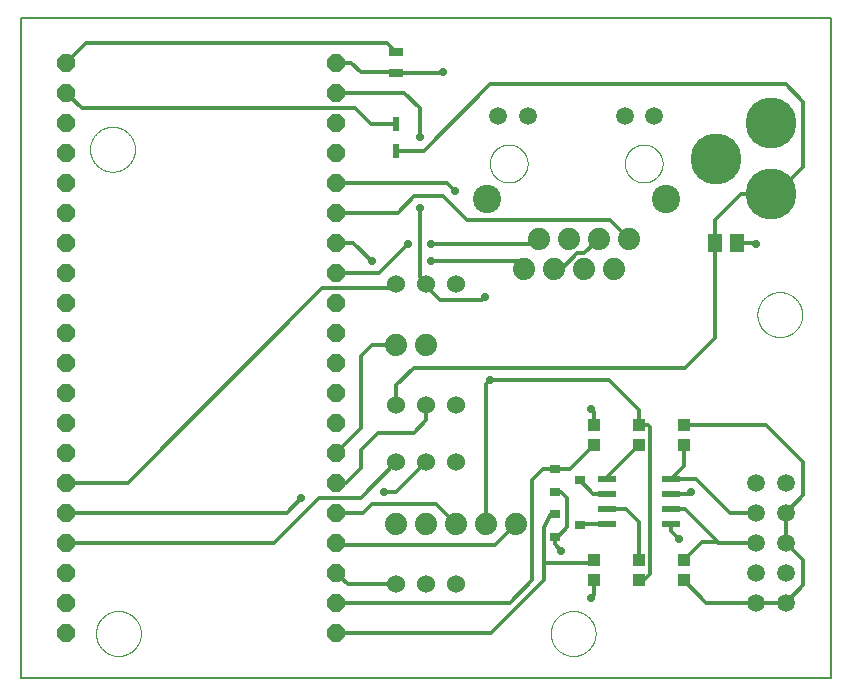
<source format=gtl>
G75*
%MOIN*%
%OFA0B0*%
%FSLAX25Y25*%
%IPPOS*%
%LPD*%
%AMOC8*
5,1,8,0,0,1.08239X$1,22.5*
%
%ADD10C,0.00600*%
%ADD11C,0.00000*%
%ADD12R,0.04724X0.03150*%
%ADD13R,0.01900X0.04600*%
%ADD14C,0.07400*%
%ADD15C,0.06000*%
%ADD16C,0.09449*%
%ADD17C,0.05937*%
%ADD18C,0.17000*%
%ADD19OC8,0.05937*%
%ADD20R,0.05984X0.02402*%
%ADD21R,0.03543X0.03150*%
%ADD22R,0.04331X0.03937*%
%ADD23R,0.05118X0.05906*%
%ADD24C,0.01200*%
%ADD25C,0.02775*%
D10*
X0001300Y0001300D02*
X0001300Y0221300D01*
X0271300Y0221300D01*
X0271300Y0001300D01*
X0001300Y0001300D01*
D11*
X0026222Y0015985D02*
X0026224Y0016169D01*
X0026231Y0016352D01*
X0026242Y0016535D01*
X0026258Y0016718D01*
X0026278Y0016901D01*
X0026303Y0017083D01*
X0026332Y0017264D01*
X0026366Y0017444D01*
X0026404Y0017624D01*
X0026446Y0017802D01*
X0026493Y0017980D01*
X0026544Y0018156D01*
X0026600Y0018331D01*
X0026659Y0018505D01*
X0026723Y0018677D01*
X0026791Y0018847D01*
X0026864Y0019016D01*
X0026940Y0019183D01*
X0027021Y0019348D01*
X0027105Y0019511D01*
X0027194Y0019672D01*
X0027286Y0019830D01*
X0027382Y0019987D01*
X0027483Y0020141D01*
X0027586Y0020292D01*
X0027694Y0020441D01*
X0027805Y0020587D01*
X0027920Y0020730D01*
X0028038Y0020871D01*
X0028160Y0021008D01*
X0028285Y0021143D01*
X0028413Y0021274D01*
X0028544Y0021402D01*
X0028679Y0021527D01*
X0028816Y0021649D01*
X0028957Y0021767D01*
X0029100Y0021882D01*
X0029246Y0021993D01*
X0029395Y0022101D01*
X0029546Y0022204D01*
X0029700Y0022305D01*
X0029857Y0022401D01*
X0030015Y0022493D01*
X0030176Y0022582D01*
X0030339Y0022666D01*
X0030504Y0022747D01*
X0030671Y0022823D01*
X0030840Y0022896D01*
X0031010Y0022964D01*
X0031182Y0023028D01*
X0031356Y0023087D01*
X0031531Y0023143D01*
X0031707Y0023194D01*
X0031885Y0023241D01*
X0032063Y0023283D01*
X0032243Y0023321D01*
X0032423Y0023355D01*
X0032604Y0023384D01*
X0032786Y0023409D01*
X0032969Y0023429D01*
X0033152Y0023445D01*
X0033335Y0023456D01*
X0033518Y0023463D01*
X0033702Y0023465D01*
X0033886Y0023463D01*
X0034069Y0023456D01*
X0034252Y0023445D01*
X0034435Y0023429D01*
X0034618Y0023409D01*
X0034800Y0023384D01*
X0034981Y0023355D01*
X0035161Y0023321D01*
X0035341Y0023283D01*
X0035519Y0023241D01*
X0035697Y0023194D01*
X0035873Y0023143D01*
X0036048Y0023087D01*
X0036222Y0023028D01*
X0036394Y0022964D01*
X0036564Y0022896D01*
X0036733Y0022823D01*
X0036900Y0022747D01*
X0037065Y0022666D01*
X0037228Y0022582D01*
X0037389Y0022493D01*
X0037547Y0022401D01*
X0037704Y0022305D01*
X0037858Y0022204D01*
X0038009Y0022101D01*
X0038158Y0021993D01*
X0038304Y0021882D01*
X0038447Y0021767D01*
X0038588Y0021649D01*
X0038725Y0021527D01*
X0038860Y0021402D01*
X0038991Y0021274D01*
X0039119Y0021143D01*
X0039244Y0021008D01*
X0039366Y0020871D01*
X0039484Y0020730D01*
X0039599Y0020587D01*
X0039710Y0020441D01*
X0039818Y0020292D01*
X0039921Y0020141D01*
X0040022Y0019987D01*
X0040118Y0019830D01*
X0040210Y0019672D01*
X0040299Y0019511D01*
X0040383Y0019348D01*
X0040464Y0019183D01*
X0040540Y0019016D01*
X0040613Y0018847D01*
X0040681Y0018677D01*
X0040745Y0018505D01*
X0040804Y0018331D01*
X0040860Y0018156D01*
X0040911Y0017980D01*
X0040958Y0017802D01*
X0041000Y0017624D01*
X0041038Y0017444D01*
X0041072Y0017264D01*
X0041101Y0017083D01*
X0041126Y0016901D01*
X0041146Y0016718D01*
X0041162Y0016535D01*
X0041173Y0016352D01*
X0041180Y0016169D01*
X0041182Y0015985D01*
X0041180Y0015801D01*
X0041173Y0015618D01*
X0041162Y0015435D01*
X0041146Y0015252D01*
X0041126Y0015069D01*
X0041101Y0014887D01*
X0041072Y0014706D01*
X0041038Y0014526D01*
X0041000Y0014346D01*
X0040958Y0014168D01*
X0040911Y0013990D01*
X0040860Y0013814D01*
X0040804Y0013639D01*
X0040745Y0013465D01*
X0040681Y0013293D01*
X0040613Y0013123D01*
X0040540Y0012954D01*
X0040464Y0012787D01*
X0040383Y0012622D01*
X0040299Y0012459D01*
X0040210Y0012298D01*
X0040118Y0012140D01*
X0040022Y0011983D01*
X0039921Y0011829D01*
X0039818Y0011678D01*
X0039710Y0011529D01*
X0039599Y0011383D01*
X0039484Y0011240D01*
X0039366Y0011099D01*
X0039244Y0010962D01*
X0039119Y0010827D01*
X0038991Y0010696D01*
X0038860Y0010568D01*
X0038725Y0010443D01*
X0038588Y0010321D01*
X0038447Y0010203D01*
X0038304Y0010088D01*
X0038158Y0009977D01*
X0038009Y0009869D01*
X0037858Y0009766D01*
X0037704Y0009665D01*
X0037547Y0009569D01*
X0037389Y0009477D01*
X0037228Y0009388D01*
X0037065Y0009304D01*
X0036900Y0009223D01*
X0036733Y0009147D01*
X0036564Y0009074D01*
X0036394Y0009006D01*
X0036222Y0008942D01*
X0036048Y0008883D01*
X0035873Y0008827D01*
X0035697Y0008776D01*
X0035519Y0008729D01*
X0035341Y0008687D01*
X0035161Y0008649D01*
X0034981Y0008615D01*
X0034800Y0008586D01*
X0034618Y0008561D01*
X0034435Y0008541D01*
X0034252Y0008525D01*
X0034069Y0008514D01*
X0033886Y0008507D01*
X0033702Y0008505D01*
X0033518Y0008507D01*
X0033335Y0008514D01*
X0033152Y0008525D01*
X0032969Y0008541D01*
X0032786Y0008561D01*
X0032604Y0008586D01*
X0032423Y0008615D01*
X0032243Y0008649D01*
X0032063Y0008687D01*
X0031885Y0008729D01*
X0031707Y0008776D01*
X0031531Y0008827D01*
X0031356Y0008883D01*
X0031182Y0008942D01*
X0031010Y0009006D01*
X0030840Y0009074D01*
X0030671Y0009147D01*
X0030504Y0009223D01*
X0030339Y0009304D01*
X0030176Y0009388D01*
X0030015Y0009477D01*
X0029857Y0009569D01*
X0029700Y0009665D01*
X0029546Y0009766D01*
X0029395Y0009869D01*
X0029246Y0009977D01*
X0029100Y0010088D01*
X0028957Y0010203D01*
X0028816Y0010321D01*
X0028679Y0010443D01*
X0028544Y0010568D01*
X0028413Y0010696D01*
X0028285Y0010827D01*
X0028160Y0010962D01*
X0028038Y0011099D01*
X0027920Y0011240D01*
X0027805Y0011383D01*
X0027694Y0011529D01*
X0027586Y0011678D01*
X0027483Y0011829D01*
X0027382Y0011983D01*
X0027286Y0012140D01*
X0027194Y0012298D01*
X0027105Y0012459D01*
X0027021Y0012622D01*
X0026940Y0012787D01*
X0026864Y0012954D01*
X0026791Y0013123D01*
X0026723Y0013293D01*
X0026659Y0013465D01*
X0026600Y0013639D01*
X0026544Y0013814D01*
X0026493Y0013990D01*
X0026446Y0014168D01*
X0026404Y0014346D01*
X0026366Y0014526D01*
X0026332Y0014706D01*
X0026303Y0014887D01*
X0026278Y0015069D01*
X0026258Y0015252D01*
X0026242Y0015435D01*
X0026231Y0015618D01*
X0026224Y0015801D01*
X0026222Y0015985D01*
X0177796Y0015985D02*
X0177798Y0016169D01*
X0177805Y0016352D01*
X0177816Y0016535D01*
X0177832Y0016718D01*
X0177852Y0016901D01*
X0177877Y0017083D01*
X0177906Y0017264D01*
X0177940Y0017444D01*
X0177978Y0017624D01*
X0178020Y0017802D01*
X0178067Y0017980D01*
X0178118Y0018156D01*
X0178174Y0018331D01*
X0178233Y0018505D01*
X0178297Y0018677D01*
X0178365Y0018847D01*
X0178438Y0019016D01*
X0178514Y0019183D01*
X0178595Y0019348D01*
X0178679Y0019511D01*
X0178768Y0019672D01*
X0178860Y0019830D01*
X0178956Y0019987D01*
X0179057Y0020141D01*
X0179160Y0020292D01*
X0179268Y0020441D01*
X0179379Y0020587D01*
X0179494Y0020730D01*
X0179612Y0020871D01*
X0179734Y0021008D01*
X0179859Y0021143D01*
X0179987Y0021274D01*
X0180118Y0021402D01*
X0180253Y0021527D01*
X0180390Y0021649D01*
X0180531Y0021767D01*
X0180674Y0021882D01*
X0180820Y0021993D01*
X0180969Y0022101D01*
X0181120Y0022204D01*
X0181274Y0022305D01*
X0181431Y0022401D01*
X0181589Y0022493D01*
X0181750Y0022582D01*
X0181913Y0022666D01*
X0182078Y0022747D01*
X0182245Y0022823D01*
X0182414Y0022896D01*
X0182584Y0022964D01*
X0182756Y0023028D01*
X0182930Y0023087D01*
X0183105Y0023143D01*
X0183281Y0023194D01*
X0183459Y0023241D01*
X0183637Y0023283D01*
X0183817Y0023321D01*
X0183997Y0023355D01*
X0184178Y0023384D01*
X0184360Y0023409D01*
X0184543Y0023429D01*
X0184726Y0023445D01*
X0184909Y0023456D01*
X0185092Y0023463D01*
X0185276Y0023465D01*
X0185460Y0023463D01*
X0185643Y0023456D01*
X0185826Y0023445D01*
X0186009Y0023429D01*
X0186192Y0023409D01*
X0186374Y0023384D01*
X0186555Y0023355D01*
X0186735Y0023321D01*
X0186915Y0023283D01*
X0187093Y0023241D01*
X0187271Y0023194D01*
X0187447Y0023143D01*
X0187622Y0023087D01*
X0187796Y0023028D01*
X0187968Y0022964D01*
X0188138Y0022896D01*
X0188307Y0022823D01*
X0188474Y0022747D01*
X0188639Y0022666D01*
X0188802Y0022582D01*
X0188963Y0022493D01*
X0189121Y0022401D01*
X0189278Y0022305D01*
X0189432Y0022204D01*
X0189583Y0022101D01*
X0189732Y0021993D01*
X0189878Y0021882D01*
X0190021Y0021767D01*
X0190162Y0021649D01*
X0190299Y0021527D01*
X0190434Y0021402D01*
X0190565Y0021274D01*
X0190693Y0021143D01*
X0190818Y0021008D01*
X0190940Y0020871D01*
X0191058Y0020730D01*
X0191173Y0020587D01*
X0191284Y0020441D01*
X0191392Y0020292D01*
X0191495Y0020141D01*
X0191596Y0019987D01*
X0191692Y0019830D01*
X0191784Y0019672D01*
X0191873Y0019511D01*
X0191957Y0019348D01*
X0192038Y0019183D01*
X0192114Y0019016D01*
X0192187Y0018847D01*
X0192255Y0018677D01*
X0192319Y0018505D01*
X0192378Y0018331D01*
X0192434Y0018156D01*
X0192485Y0017980D01*
X0192532Y0017802D01*
X0192574Y0017624D01*
X0192612Y0017444D01*
X0192646Y0017264D01*
X0192675Y0017083D01*
X0192700Y0016901D01*
X0192720Y0016718D01*
X0192736Y0016535D01*
X0192747Y0016352D01*
X0192754Y0016169D01*
X0192756Y0015985D01*
X0192754Y0015801D01*
X0192747Y0015618D01*
X0192736Y0015435D01*
X0192720Y0015252D01*
X0192700Y0015069D01*
X0192675Y0014887D01*
X0192646Y0014706D01*
X0192612Y0014526D01*
X0192574Y0014346D01*
X0192532Y0014168D01*
X0192485Y0013990D01*
X0192434Y0013814D01*
X0192378Y0013639D01*
X0192319Y0013465D01*
X0192255Y0013293D01*
X0192187Y0013123D01*
X0192114Y0012954D01*
X0192038Y0012787D01*
X0191957Y0012622D01*
X0191873Y0012459D01*
X0191784Y0012298D01*
X0191692Y0012140D01*
X0191596Y0011983D01*
X0191495Y0011829D01*
X0191392Y0011678D01*
X0191284Y0011529D01*
X0191173Y0011383D01*
X0191058Y0011240D01*
X0190940Y0011099D01*
X0190818Y0010962D01*
X0190693Y0010827D01*
X0190565Y0010696D01*
X0190434Y0010568D01*
X0190299Y0010443D01*
X0190162Y0010321D01*
X0190021Y0010203D01*
X0189878Y0010088D01*
X0189732Y0009977D01*
X0189583Y0009869D01*
X0189432Y0009766D01*
X0189278Y0009665D01*
X0189121Y0009569D01*
X0188963Y0009477D01*
X0188802Y0009388D01*
X0188639Y0009304D01*
X0188474Y0009223D01*
X0188307Y0009147D01*
X0188138Y0009074D01*
X0187968Y0009006D01*
X0187796Y0008942D01*
X0187622Y0008883D01*
X0187447Y0008827D01*
X0187271Y0008776D01*
X0187093Y0008729D01*
X0186915Y0008687D01*
X0186735Y0008649D01*
X0186555Y0008615D01*
X0186374Y0008586D01*
X0186192Y0008561D01*
X0186009Y0008541D01*
X0185826Y0008525D01*
X0185643Y0008514D01*
X0185460Y0008507D01*
X0185276Y0008505D01*
X0185092Y0008507D01*
X0184909Y0008514D01*
X0184726Y0008525D01*
X0184543Y0008541D01*
X0184360Y0008561D01*
X0184178Y0008586D01*
X0183997Y0008615D01*
X0183817Y0008649D01*
X0183637Y0008687D01*
X0183459Y0008729D01*
X0183281Y0008776D01*
X0183105Y0008827D01*
X0182930Y0008883D01*
X0182756Y0008942D01*
X0182584Y0009006D01*
X0182414Y0009074D01*
X0182245Y0009147D01*
X0182078Y0009223D01*
X0181913Y0009304D01*
X0181750Y0009388D01*
X0181589Y0009477D01*
X0181431Y0009569D01*
X0181274Y0009665D01*
X0181120Y0009766D01*
X0180969Y0009869D01*
X0180820Y0009977D01*
X0180674Y0010088D01*
X0180531Y0010203D01*
X0180390Y0010321D01*
X0180253Y0010443D01*
X0180118Y0010568D01*
X0179987Y0010696D01*
X0179859Y0010827D01*
X0179734Y0010962D01*
X0179612Y0011099D01*
X0179494Y0011240D01*
X0179379Y0011383D01*
X0179268Y0011529D01*
X0179160Y0011678D01*
X0179057Y0011829D01*
X0178956Y0011983D01*
X0178860Y0012140D01*
X0178768Y0012298D01*
X0178679Y0012459D01*
X0178595Y0012622D01*
X0178514Y0012787D01*
X0178438Y0012954D01*
X0178365Y0013123D01*
X0178297Y0013293D01*
X0178233Y0013465D01*
X0178174Y0013639D01*
X0178118Y0013814D01*
X0178067Y0013990D01*
X0178020Y0014168D01*
X0177978Y0014346D01*
X0177940Y0014526D01*
X0177906Y0014706D01*
X0177877Y0014887D01*
X0177852Y0015069D01*
X0177832Y0015252D01*
X0177816Y0015435D01*
X0177805Y0015618D01*
X0177798Y0015801D01*
X0177796Y0015985D01*
X0246694Y0122284D02*
X0246696Y0122468D01*
X0246703Y0122651D01*
X0246714Y0122834D01*
X0246730Y0123017D01*
X0246750Y0123200D01*
X0246775Y0123382D01*
X0246804Y0123563D01*
X0246838Y0123743D01*
X0246876Y0123923D01*
X0246918Y0124101D01*
X0246965Y0124279D01*
X0247016Y0124455D01*
X0247072Y0124630D01*
X0247131Y0124804D01*
X0247195Y0124976D01*
X0247263Y0125146D01*
X0247336Y0125315D01*
X0247412Y0125482D01*
X0247493Y0125647D01*
X0247577Y0125810D01*
X0247666Y0125971D01*
X0247758Y0126129D01*
X0247854Y0126286D01*
X0247955Y0126440D01*
X0248058Y0126591D01*
X0248166Y0126740D01*
X0248277Y0126886D01*
X0248392Y0127029D01*
X0248510Y0127170D01*
X0248632Y0127307D01*
X0248757Y0127442D01*
X0248885Y0127573D01*
X0249016Y0127701D01*
X0249151Y0127826D01*
X0249288Y0127948D01*
X0249429Y0128066D01*
X0249572Y0128181D01*
X0249718Y0128292D01*
X0249867Y0128400D01*
X0250018Y0128503D01*
X0250172Y0128604D01*
X0250329Y0128700D01*
X0250487Y0128792D01*
X0250648Y0128881D01*
X0250811Y0128965D01*
X0250976Y0129046D01*
X0251143Y0129122D01*
X0251312Y0129195D01*
X0251482Y0129263D01*
X0251654Y0129327D01*
X0251828Y0129386D01*
X0252003Y0129442D01*
X0252179Y0129493D01*
X0252357Y0129540D01*
X0252535Y0129582D01*
X0252715Y0129620D01*
X0252895Y0129654D01*
X0253076Y0129683D01*
X0253258Y0129708D01*
X0253441Y0129728D01*
X0253624Y0129744D01*
X0253807Y0129755D01*
X0253990Y0129762D01*
X0254174Y0129764D01*
X0254358Y0129762D01*
X0254541Y0129755D01*
X0254724Y0129744D01*
X0254907Y0129728D01*
X0255090Y0129708D01*
X0255272Y0129683D01*
X0255453Y0129654D01*
X0255633Y0129620D01*
X0255813Y0129582D01*
X0255991Y0129540D01*
X0256169Y0129493D01*
X0256345Y0129442D01*
X0256520Y0129386D01*
X0256694Y0129327D01*
X0256866Y0129263D01*
X0257036Y0129195D01*
X0257205Y0129122D01*
X0257372Y0129046D01*
X0257537Y0128965D01*
X0257700Y0128881D01*
X0257861Y0128792D01*
X0258019Y0128700D01*
X0258176Y0128604D01*
X0258330Y0128503D01*
X0258481Y0128400D01*
X0258630Y0128292D01*
X0258776Y0128181D01*
X0258919Y0128066D01*
X0259060Y0127948D01*
X0259197Y0127826D01*
X0259332Y0127701D01*
X0259463Y0127573D01*
X0259591Y0127442D01*
X0259716Y0127307D01*
X0259838Y0127170D01*
X0259956Y0127029D01*
X0260071Y0126886D01*
X0260182Y0126740D01*
X0260290Y0126591D01*
X0260393Y0126440D01*
X0260494Y0126286D01*
X0260590Y0126129D01*
X0260682Y0125971D01*
X0260771Y0125810D01*
X0260855Y0125647D01*
X0260936Y0125482D01*
X0261012Y0125315D01*
X0261085Y0125146D01*
X0261153Y0124976D01*
X0261217Y0124804D01*
X0261276Y0124630D01*
X0261332Y0124455D01*
X0261383Y0124279D01*
X0261430Y0124101D01*
X0261472Y0123923D01*
X0261510Y0123743D01*
X0261544Y0123563D01*
X0261573Y0123382D01*
X0261598Y0123200D01*
X0261618Y0123017D01*
X0261634Y0122834D01*
X0261645Y0122651D01*
X0261652Y0122468D01*
X0261654Y0122284D01*
X0261652Y0122100D01*
X0261645Y0121917D01*
X0261634Y0121734D01*
X0261618Y0121551D01*
X0261598Y0121368D01*
X0261573Y0121186D01*
X0261544Y0121005D01*
X0261510Y0120825D01*
X0261472Y0120645D01*
X0261430Y0120467D01*
X0261383Y0120289D01*
X0261332Y0120113D01*
X0261276Y0119938D01*
X0261217Y0119764D01*
X0261153Y0119592D01*
X0261085Y0119422D01*
X0261012Y0119253D01*
X0260936Y0119086D01*
X0260855Y0118921D01*
X0260771Y0118758D01*
X0260682Y0118597D01*
X0260590Y0118439D01*
X0260494Y0118282D01*
X0260393Y0118128D01*
X0260290Y0117977D01*
X0260182Y0117828D01*
X0260071Y0117682D01*
X0259956Y0117539D01*
X0259838Y0117398D01*
X0259716Y0117261D01*
X0259591Y0117126D01*
X0259463Y0116995D01*
X0259332Y0116867D01*
X0259197Y0116742D01*
X0259060Y0116620D01*
X0258919Y0116502D01*
X0258776Y0116387D01*
X0258630Y0116276D01*
X0258481Y0116168D01*
X0258330Y0116065D01*
X0258176Y0115964D01*
X0258019Y0115868D01*
X0257861Y0115776D01*
X0257700Y0115687D01*
X0257537Y0115603D01*
X0257372Y0115522D01*
X0257205Y0115446D01*
X0257036Y0115373D01*
X0256866Y0115305D01*
X0256694Y0115241D01*
X0256520Y0115182D01*
X0256345Y0115126D01*
X0256169Y0115075D01*
X0255991Y0115028D01*
X0255813Y0114986D01*
X0255633Y0114948D01*
X0255453Y0114914D01*
X0255272Y0114885D01*
X0255090Y0114860D01*
X0254907Y0114840D01*
X0254724Y0114824D01*
X0254541Y0114813D01*
X0254358Y0114806D01*
X0254174Y0114804D01*
X0253990Y0114806D01*
X0253807Y0114813D01*
X0253624Y0114824D01*
X0253441Y0114840D01*
X0253258Y0114860D01*
X0253076Y0114885D01*
X0252895Y0114914D01*
X0252715Y0114948D01*
X0252535Y0114986D01*
X0252357Y0115028D01*
X0252179Y0115075D01*
X0252003Y0115126D01*
X0251828Y0115182D01*
X0251654Y0115241D01*
X0251482Y0115305D01*
X0251312Y0115373D01*
X0251143Y0115446D01*
X0250976Y0115522D01*
X0250811Y0115603D01*
X0250648Y0115687D01*
X0250487Y0115776D01*
X0250329Y0115868D01*
X0250172Y0115964D01*
X0250018Y0116065D01*
X0249867Y0116168D01*
X0249718Y0116276D01*
X0249572Y0116387D01*
X0249429Y0116502D01*
X0249288Y0116620D01*
X0249151Y0116742D01*
X0249016Y0116867D01*
X0248885Y0116995D01*
X0248757Y0117126D01*
X0248632Y0117261D01*
X0248510Y0117398D01*
X0248392Y0117539D01*
X0248277Y0117682D01*
X0248166Y0117828D01*
X0248058Y0117977D01*
X0247955Y0118128D01*
X0247854Y0118282D01*
X0247758Y0118439D01*
X0247666Y0118597D01*
X0247577Y0118758D01*
X0247493Y0118921D01*
X0247412Y0119086D01*
X0247336Y0119253D01*
X0247263Y0119422D01*
X0247195Y0119592D01*
X0247131Y0119764D01*
X0247072Y0119938D01*
X0247016Y0120113D01*
X0246965Y0120289D01*
X0246918Y0120467D01*
X0246876Y0120645D01*
X0246838Y0120825D01*
X0246804Y0121005D01*
X0246775Y0121186D01*
X0246750Y0121368D01*
X0246730Y0121551D01*
X0246714Y0121734D01*
X0246703Y0121917D01*
X0246696Y0122100D01*
X0246694Y0122284D01*
X0202501Y0172619D02*
X0202503Y0172777D01*
X0202509Y0172935D01*
X0202519Y0173093D01*
X0202533Y0173251D01*
X0202551Y0173408D01*
X0202572Y0173565D01*
X0202598Y0173721D01*
X0202628Y0173877D01*
X0202661Y0174032D01*
X0202699Y0174185D01*
X0202740Y0174338D01*
X0202785Y0174490D01*
X0202834Y0174641D01*
X0202887Y0174790D01*
X0202943Y0174938D01*
X0203003Y0175084D01*
X0203067Y0175229D01*
X0203135Y0175372D01*
X0203206Y0175514D01*
X0203280Y0175654D01*
X0203358Y0175791D01*
X0203440Y0175927D01*
X0203524Y0176061D01*
X0203613Y0176192D01*
X0203704Y0176321D01*
X0203799Y0176448D01*
X0203896Y0176573D01*
X0203997Y0176695D01*
X0204101Y0176814D01*
X0204208Y0176931D01*
X0204318Y0177045D01*
X0204431Y0177156D01*
X0204546Y0177265D01*
X0204664Y0177370D01*
X0204785Y0177472D01*
X0204908Y0177572D01*
X0205034Y0177668D01*
X0205162Y0177761D01*
X0205292Y0177851D01*
X0205425Y0177937D01*
X0205560Y0178021D01*
X0205696Y0178100D01*
X0205835Y0178177D01*
X0205976Y0178249D01*
X0206118Y0178319D01*
X0206262Y0178384D01*
X0206408Y0178446D01*
X0206555Y0178504D01*
X0206704Y0178559D01*
X0206854Y0178610D01*
X0207005Y0178657D01*
X0207157Y0178700D01*
X0207310Y0178739D01*
X0207465Y0178775D01*
X0207620Y0178806D01*
X0207776Y0178834D01*
X0207932Y0178858D01*
X0208089Y0178878D01*
X0208247Y0178894D01*
X0208404Y0178906D01*
X0208563Y0178914D01*
X0208721Y0178918D01*
X0208879Y0178918D01*
X0209037Y0178914D01*
X0209196Y0178906D01*
X0209353Y0178894D01*
X0209511Y0178878D01*
X0209668Y0178858D01*
X0209824Y0178834D01*
X0209980Y0178806D01*
X0210135Y0178775D01*
X0210290Y0178739D01*
X0210443Y0178700D01*
X0210595Y0178657D01*
X0210746Y0178610D01*
X0210896Y0178559D01*
X0211045Y0178504D01*
X0211192Y0178446D01*
X0211338Y0178384D01*
X0211482Y0178319D01*
X0211624Y0178249D01*
X0211765Y0178177D01*
X0211904Y0178100D01*
X0212040Y0178021D01*
X0212175Y0177937D01*
X0212308Y0177851D01*
X0212438Y0177761D01*
X0212566Y0177668D01*
X0212692Y0177572D01*
X0212815Y0177472D01*
X0212936Y0177370D01*
X0213054Y0177265D01*
X0213169Y0177156D01*
X0213282Y0177045D01*
X0213392Y0176931D01*
X0213499Y0176814D01*
X0213603Y0176695D01*
X0213704Y0176573D01*
X0213801Y0176448D01*
X0213896Y0176321D01*
X0213987Y0176192D01*
X0214076Y0176061D01*
X0214160Y0175927D01*
X0214242Y0175791D01*
X0214320Y0175654D01*
X0214394Y0175514D01*
X0214465Y0175372D01*
X0214533Y0175229D01*
X0214597Y0175084D01*
X0214657Y0174938D01*
X0214713Y0174790D01*
X0214766Y0174641D01*
X0214815Y0174490D01*
X0214860Y0174338D01*
X0214901Y0174185D01*
X0214939Y0174032D01*
X0214972Y0173877D01*
X0215002Y0173721D01*
X0215028Y0173565D01*
X0215049Y0173408D01*
X0215067Y0173251D01*
X0215081Y0173093D01*
X0215091Y0172935D01*
X0215097Y0172777D01*
X0215099Y0172619D01*
X0215097Y0172461D01*
X0215091Y0172303D01*
X0215081Y0172145D01*
X0215067Y0171987D01*
X0215049Y0171830D01*
X0215028Y0171673D01*
X0215002Y0171517D01*
X0214972Y0171361D01*
X0214939Y0171206D01*
X0214901Y0171053D01*
X0214860Y0170900D01*
X0214815Y0170748D01*
X0214766Y0170597D01*
X0214713Y0170448D01*
X0214657Y0170300D01*
X0214597Y0170154D01*
X0214533Y0170009D01*
X0214465Y0169866D01*
X0214394Y0169724D01*
X0214320Y0169584D01*
X0214242Y0169447D01*
X0214160Y0169311D01*
X0214076Y0169177D01*
X0213987Y0169046D01*
X0213896Y0168917D01*
X0213801Y0168790D01*
X0213704Y0168665D01*
X0213603Y0168543D01*
X0213499Y0168424D01*
X0213392Y0168307D01*
X0213282Y0168193D01*
X0213169Y0168082D01*
X0213054Y0167973D01*
X0212936Y0167868D01*
X0212815Y0167766D01*
X0212692Y0167666D01*
X0212566Y0167570D01*
X0212438Y0167477D01*
X0212308Y0167387D01*
X0212175Y0167301D01*
X0212040Y0167217D01*
X0211904Y0167138D01*
X0211765Y0167061D01*
X0211624Y0166989D01*
X0211482Y0166919D01*
X0211338Y0166854D01*
X0211192Y0166792D01*
X0211045Y0166734D01*
X0210896Y0166679D01*
X0210746Y0166628D01*
X0210595Y0166581D01*
X0210443Y0166538D01*
X0210290Y0166499D01*
X0210135Y0166463D01*
X0209980Y0166432D01*
X0209824Y0166404D01*
X0209668Y0166380D01*
X0209511Y0166360D01*
X0209353Y0166344D01*
X0209196Y0166332D01*
X0209037Y0166324D01*
X0208879Y0166320D01*
X0208721Y0166320D01*
X0208563Y0166324D01*
X0208404Y0166332D01*
X0208247Y0166344D01*
X0208089Y0166360D01*
X0207932Y0166380D01*
X0207776Y0166404D01*
X0207620Y0166432D01*
X0207465Y0166463D01*
X0207310Y0166499D01*
X0207157Y0166538D01*
X0207005Y0166581D01*
X0206854Y0166628D01*
X0206704Y0166679D01*
X0206555Y0166734D01*
X0206408Y0166792D01*
X0206262Y0166854D01*
X0206118Y0166919D01*
X0205976Y0166989D01*
X0205835Y0167061D01*
X0205696Y0167138D01*
X0205560Y0167217D01*
X0205425Y0167301D01*
X0205292Y0167387D01*
X0205162Y0167477D01*
X0205034Y0167570D01*
X0204908Y0167666D01*
X0204785Y0167766D01*
X0204664Y0167868D01*
X0204546Y0167973D01*
X0204431Y0168082D01*
X0204318Y0168193D01*
X0204208Y0168307D01*
X0204101Y0168424D01*
X0203997Y0168543D01*
X0203896Y0168665D01*
X0203799Y0168790D01*
X0203704Y0168917D01*
X0203613Y0169046D01*
X0203524Y0169177D01*
X0203440Y0169311D01*
X0203358Y0169447D01*
X0203280Y0169584D01*
X0203206Y0169724D01*
X0203135Y0169866D01*
X0203067Y0170009D01*
X0203003Y0170154D01*
X0202943Y0170300D01*
X0202887Y0170448D01*
X0202834Y0170597D01*
X0202785Y0170748D01*
X0202740Y0170900D01*
X0202699Y0171053D01*
X0202661Y0171206D01*
X0202628Y0171361D01*
X0202598Y0171517D01*
X0202572Y0171673D01*
X0202551Y0171830D01*
X0202533Y0171987D01*
X0202519Y0172145D01*
X0202509Y0172303D01*
X0202503Y0172461D01*
X0202501Y0172619D01*
X0157501Y0172619D02*
X0157503Y0172777D01*
X0157509Y0172935D01*
X0157519Y0173093D01*
X0157533Y0173251D01*
X0157551Y0173408D01*
X0157572Y0173565D01*
X0157598Y0173721D01*
X0157628Y0173877D01*
X0157661Y0174032D01*
X0157699Y0174185D01*
X0157740Y0174338D01*
X0157785Y0174490D01*
X0157834Y0174641D01*
X0157887Y0174790D01*
X0157943Y0174938D01*
X0158003Y0175084D01*
X0158067Y0175229D01*
X0158135Y0175372D01*
X0158206Y0175514D01*
X0158280Y0175654D01*
X0158358Y0175791D01*
X0158440Y0175927D01*
X0158524Y0176061D01*
X0158613Y0176192D01*
X0158704Y0176321D01*
X0158799Y0176448D01*
X0158896Y0176573D01*
X0158997Y0176695D01*
X0159101Y0176814D01*
X0159208Y0176931D01*
X0159318Y0177045D01*
X0159431Y0177156D01*
X0159546Y0177265D01*
X0159664Y0177370D01*
X0159785Y0177472D01*
X0159908Y0177572D01*
X0160034Y0177668D01*
X0160162Y0177761D01*
X0160292Y0177851D01*
X0160425Y0177937D01*
X0160560Y0178021D01*
X0160696Y0178100D01*
X0160835Y0178177D01*
X0160976Y0178249D01*
X0161118Y0178319D01*
X0161262Y0178384D01*
X0161408Y0178446D01*
X0161555Y0178504D01*
X0161704Y0178559D01*
X0161854Y0178610D01*
X0162005Y0178657D01*
X0162157Y0178700D01*
X0162310Y0178739D01*
X0162465Y0178775D01*
X0162620Y0178806D01*
X0162776Y0178834D01*
X0162932Y0178858D01*
X0163089Y0178878D01*
X0163247Y0178894D01*
X0163404Y0178906D01*
X0163563Y0178914D01*
X0163721Y0178918D01*
X0163879Y0178918D01*
X0164037Y0178914D01*
X0164196Y0178906D01*
X0164353Y0178894D01*
X0164511Y0178878D01*
X0164668Y0178858D01*
X0164824Y0178834D01*
X0164980Y0178806D01*
X0165135Y0178775D01*
X0165290Y0178739D01*
X0165443Y0178700D01*
X0165595Y0178657D01*
X0165746Y0178610D01*
X0165896Y0178559D01*
X0166045Y0178504D01*
X0166192Y0178446D01*
X0166338Y0178384D01*
X0166482Y0178319D01*
X0166624Y0178249D01*
X0166765Y0178177D01*
X0166904Y0178100D01*
X0167040Y0178021D01*
X0167175Y0177937D01*
X0167308Y0177851D01*
X0167438Y0177761D01*
X0167566Y0177668D01*
X0167692Y0177572D01*
X0167815Y0177472D01*
X0167936Y0177370D01*
X0168054Y0177265D01*
X0168169Y0177156D01*
X0168282Y0177045D01*
X0168392Y0176931D01*
X0168499Y0176814D01*
X0168603Y0176695D01*
X0168704Y0176573D01*
X0168801Y0176448D01*
X0168896Y0176321D01*
X0168987Y0176192D01*
X0169076Y0176061D01*
X0169160Y0175927D01*
X0169242Y0175791D01*
X0169320Y0175654D01*
X0169394Y0175514D01*
X0169465Y0175372D01*
X0169533Y0175229D01*
X0169597Y0175084D01*
X0169657Y0174938D01*
X0169713Y0174790D01*
X0169766Y0174641D01*
X0169815Y0174490D01*
X0169860Y0174338D01*
X0169901Y0174185D01*
X0169939Y0174032D01*
X0169972Y0173877D01*
X0170002Y0173721D01*
X0170028Y0173565D01*
X0170049Y0173408D01*
X0170067Y0173251D01*
X0170081Y0173093D01*
X0170091Y0172935D01*
X0170097Y0172777D01*
X0170099Y0172619D01*
X0170097Y0172461D01*
X0170091Y0172303D01*
X0170081Y0172145D01*
X0170067Y0171987D01*
X0170049Y0171830D01*
X0170028Y0171673D01*
X0170002Y0171517D01*
X0169972Y0171361D01*
X0169939Y0171206D01*
X0169901Y0171053D01*
X0169860Y0170900D01*
X0169815Y0170748D01*
X0169766Y0170597D01*
X0169713Y0170448D01*
X0169657Y0170300D01*
X0169597Y0170154D01*
X0169533Y0170009D01*
X0169465Y0169866D01*
X0169394Y0169724D01*
X0169320Y0169584D01*
X0169242Y0169447D01*
X0169160Y0169311D01*
X0169076Y0169177D01*
X0168987Y0169046D01*
X0168896Y0168917D01*
X0168801Y0168790D01*
X0168704Y0168665D01*
X0168603Y0168543D01*
X0168499Y0168424D01*
X0168392Y0168307D01*
X0168282Y0168193D01*
X0168169Y0168082D01*
X0168054Y0167973D01*
X0167936Y0167868D01*
X0167815Y0167766D01*
X0167692Y0167666D01*
X0167566Y0167570D01*
X0167438Y0167477D01*
X0167308Y0167387D01*
X0167175Y0167301D01*
X0167040Y0167217D01*
X0166904Y0167138D01*
X0166765Y0167061D01*
X0166624Y0166989D01*
X0166482Y0166919D01*
X0166338Y0166854D01*
X0166192Y0166792D01*
X0166045Y0166734D01*
X0165896Y0166679D01*
X0165746Y0166628D01*
X0165595Y0166581D01*
X0165443Y0166538D01*
X0165290Y0166499D01*
X0165135Y0166463D01*
X0164980Y0166432D01*
X0164824Y0166404D01*
X0164668Y0166380D01*
X0164511Y0166360D01*
X0164353Y0166344D01*
X0164196Y0166332D01*
X0164037Y0166324D01*
X0163879Y0166320D01*
X0163721Y0166320D01*
X0163563Y0166324D01*
X0163404Y0166332D01*
X0163247Y0166344D01*
X0163089Y0166360D01*
X0162932Y0166380D01*
X0162776Y0166404D01*
X0162620Y0166432D01*
X0162465Y0166463D01*
X0162310Y0166499D01*
X0162157Y0166538D01*
X0162005Y0166581D01*
X0161854Y0166628D01*
X0161704Y0166679D01*
X0161555Y0166734D01*
X0161408Y0166792D01*
X0161262Y0166854D01*
X0161118Y0166919D01*
X0160976Y0166989D01*
X0160835Y0167061D01*
X0160696Y0167138D01*
X0160560Y0167217D01*
X0160425Y0167301D01*
X0160292Y0167387D01*
X0160162Y0167477D01*
X0160034Y0167570D01*
X0159908Y0167666D01*
X0159785Y0167766D01*
X0159664Y0167868D01*
X0159546Y0167973D01*
X0159431Y0168082D01*
X0159318Y0168193D01*
X0159208Y0168307D01*
X0159101Y0168424D01*
X0158997Y0168543D01*
X0158896Y0168665D01*
X0158799Y0168790D01*
X0158704Y0168917D01*
X0158613Y0169046D01*
X0158524Y0169177D01*
X0158440Y0169311D01*
X0158358Y0169447D01*
X0158280Y0169584D01*
X0158206Y0169724D01*
X0158135Y0169866D01*
X0158067Y0170009D01*
X0158003Y0170154D01*
X0157943Y0170300D01*
X0157887Y0170448D01*
X0157834Y0170597D01*
X0157785Y0170748D01*
X0157740Y0170900D01*
X0157699Y0171053D01*
X0157661Y0171206D01*
X0157628Y0171361D01*
X0157598Y0171517D01*
X0157572Y0171673D01*
X0157551Y0171830D01*
X0157533Y0171987D01*
X0157519Y0172145D01*
X0157509Y0172303D01*
X0157503Y0172461D01*
X0157501Y0172619D01*
X0024253Y0177402D02*
X0024255Y0177586D01*
X0024262Y0177769D01*
X0024273Y0177952D01*
X0024289Y0178135D01*
X0024309Y0178318D01*
X0024334Y0178500D01*
X0024363Y0178681D01*
X0024397Y0178861D01*
X0024435Y0179041D01*
X0024477Y0179219D01*
X0024524Y0179397D01*
X0024575Y0179573D01*
X0024631Y0179748D01*
X0024690Y0179922D01*
X0024754Y0180094D01*
X0024822Y0180264D01*
X0024895Y0180433D01*
X0024971Y0180600D01*
X0025052Y0180765D01*
X0025136Y0180928D01*
X0025225Y0181089D01*
X0025317Y0181247D01*
X0025413Y0181404D01*
X0025514Y0181558D01*
X0025617Y0181709D01*
X0025725Y0181858D01*
X0025836Y0182004D01*
X0025951Y0182147D01*
X0026069Y0182288D01*
X0026191Y0182425D01*
X0026316Y0182560D01*
X0026444Y0182691D01*
X0026575Y0182819D01*
X0026710Y0182944D01*
X0026847Y0183066D01*
X0026988Y0183184D01*
X0027131Y0183299D01*
X0027277Y0183410D01*
X0027426Y0183518D01*
X0027577Y0183621D01*
X0027731Y0183722D01*
X0027888Y0183818D01*
X0028046Y0183910D01*
X0028207Y0183999D01*
X0028370Y0184083D01*
X0028535Y0184164D01*
X0028702Y0184240D01*
X0028871Y0184313D01*
X0029041Y0184381D01*
X0029213Y0184445D01*
X0029387Y0184504D01*
X0029562Y0184560D01*
X0029738Y0184611D01*
X0029916Y0184658D01*
X0030094Y0184700D01*
X0030274Y0184738D01*
X0030454Y0184772D01*
X0030635Y0184801D01*
X0030817Y0184826D01*
X0031000Y0184846D01*
X0031183Y0184862D01*
X0031366Y0184873D01*
X0031549Y0184880D01*
X0031733Y0184882D01*
X0031917Y0184880D01*
X0032100Y0184873D01*
X0032283Y0184862D01*
X0032466Y0184846D01*
X0032649Y0184826D01*
X0032831Y0184801D01*
X0033012Y0184772D01*
X0033192Y0184738D01*
X0033372Y0184700D01*
X0033550Y0184658D01*
X0033728Y0184611D01*
X0033904Y0184560D01*
X0034079Y0184504D01*
X0034253Y0184445D01*
X0034425Y0184381D01*
X0034595Y0184313D01*
X0034764Y0184240D01*
X0034931Y0184164D01*
X0035096Y0184083D01*
X0035259Y0183999D01*
X0035420Y0183910D01*
X0035578Y0183818D01*
X0035735Y0183722D01*
X0035889Y0183621D01*
X0036040Y0183518D01*
X0036189Y0183410D01*
X0036335Y0183299D01*
X0036478Y0183184D01*
X0036619Y0183066D01*
X0036756Y0182944D01*
X0036891Y0182819D01*
X0037022Y0182691D01*
X0037150Y0182560D01*
X0037275Y0182425D01*
X0037397Y0182288D01*
X0037515Y0182147D01*
X0037630Y0182004D01*
X0037741Y0181858D01*
X0037849Y0181709D01*
X0037952Y0181558D01*
X0038053Y0181404D01*
X0038149Y0181247D01*
X0038241Y0181089D01*
X0038330Y0180928D01*
X0038414Y0180765D01*
X0038495Y0180600D01*
X0038571Y0180433D01*
X0038644Y0180264D01*
X0038712Y0180094D01*
X0038776Y0179922D01*
X0038835Y0179748D01*
X0038891Y0179573D01*
X0038942Y0179397D01*
X0038989Y0179219D01*
X0039031Y0179041D01*
X0039069Y0178861D01*
X0039103Y0178681D01*
X0039132Y0178500D01*
X0039157Y0178318D01*
X0039177Y0178135D01*
X0039193Y0177952D01*
X0039204Y0177769D01*
X0039211Y0177586D01*
X0039213Y0177402D01*
X0039211Y0177218D01*
X0039204Y0177035D01*
X0039193Y0176852D01*
X0039177Y0176669D01*
X0039157Y0176486D01*
X0039132Y0176304D01*
X0039103Y0176123D01*
X0039069Y0175943D01*
X0039031Y0175763D01*
X0038989Y0175585D01*
X0038942Y0175407D01*
X0038891Y0175231D01*
X0038835Y0175056D01*
X0038776Y0174882D01*
X0038712Y0174710D01*
X0038644Y0174540D01*
X0038571Y0174371D01*
X0038495Y0174204D01*
X0038414Y0174039D01*
X0038330Y0173876D01*
X0038241Y0173715D01*
X0038149Y0173557D01*
X0038053Y0173400D01*
X0037952Y0173246D01*
X0037849Y0173095D01*
X0037741Y0172946D01*
X0037630Y0172800D01*
X0037515Y0172657D01*
X0037397Y0172516D01*
X0037275Y0172379D01*
X0037150Y0172244D01*
X0037022Y0172113D01*
X0036891Y0171985D01*
X0036756Y0171860D01*
X0036619Y0171738D01*
X0036478Y0171620D01*
X0036335Y0171505D01*
X0036189Y0171394D01*
X0036040Y0171286D01*
X0035889Y0171183D01*
X0035735Y0171082D01*
X0035578Y0170986D01*
X0035420Y0170894D01*
X0035259Y0170805D01*
X0035096Y0170721D01*
X0034931Y0170640D01*
X0034764Y0170564D01*
X0034595Y0170491D01*
X0034425Y0170423D01*
X0034253Y0170359D01*
X0034079Y0170300D01*
X0033904Y0170244D01*
X0033728Y0170193D01*
X0033550Y0170146D01*
X0033372Y0170104D01*
X0033192Y0170066D01*
X0033012Y0170032D01*
X0032831Y0170003D01*
X0032649Y0169978D01*
X0032466Y0169958D01*
X0032283Y0169942D01*
X0032100Y0169931D01*
X0031917Y0169924D01*
X0031733Y0169922D01*
X0031549Y0169924D01*
X0031366Y0169931D01*
X0031183Y0169942D01*
X0031000Y0169958D01*
X0030817Y0169978D01*
X0030635Y0170003D01*
X0030454Y0170032D01*
X0030274Y0170066D01*
X0030094Y0170104D01*
X0029916Y0170146D01*
X0029738Y0170193D01*
X0029562Y0170244D01*
X0029387Y0170300D01*
X0029213Y0170359D01*
X0029041Y0170423D01*
X0028871Y0170491D01*
X0028702Y0170564D01*
X0028535Y0170640D01*
X0028370Y0170721D01*
X0028207Y0170805D01*
X0028046Y0170894D01*
X0027888Y0170986D01*
X0027731Y0171082D01*
X0027577Y0171183D01*
X0027426Y0171286D01*
X0027277Y0171394D01*
X0027131Y0171505D01*
X0026988Y0171620D01*
X0026847Y0171738D01*
X0026710Y0171860D01*
X0026575Y0171985D01*
X0026444Y0172113D01*
X0026316Y0172244D01*
X0026191Y0172379D01*
X0026069Y0172516D01*
X0025951Y0172657D01*
X0025836Y0172800D01*
X0025725Y0172946D01*
X0025617Y0173095D01*
X0025514Y0173246D01*
X0025413Y0173400D01*
X0025317Y0173557D01*
X0025225Y0173715D01*
X0025136Y0173876D01*
X0025052Y0174039D01*
X0024971Y0174204D01*
X0024895Y0174371D01*
X0024822Y0174540D01*
X0024754Y0174710D01*
X0024690Y0174882D01*
X0024631Y0175056D01*
X0024575Y0175231D01*
X0024524Y0175407D01*
X0024477Y0175585D01*
X0024435Y0175763D01*
X0024397Y0175943D01*
X0024363Y0176123D01*
X0024334Y0176304D01*
X0024309Y0176486D01*
X0024289Y0176669D01*
X0024273Y0176852D01*
X0024262Y0177035D01*
X0024255Y0177218D01*
X0024253Y0177402D01*
D12*
X0126300Y0202757D03*
X0126300Y0209843D03*
D13*
X0126300Y0185700D03*
X0126300Y0176900D03*
D14*
X0173800Y0147619D03*
X0183800Y0147619D03*
X0193800Y0147619D03*
X0203800Y0147619D03*
X0198800Y0137619D03*
X0188800Y0137619D03*
X0178800Y0137619D03*
X0168800Y0137619D03*
X0136300Y0112206D03*
X0126300Y0112206D03*
X0126300Y0052520D03*
X0136300Y0052520D03*
X0146300Y0052520D03*
X0156300Y0052520D03*
X0166300Y0052520D03*
D15*
X0146300Y0032520D03*
X0136300Y0032520D03*
X0126300Y0032520D03*
X0126300Y0073150D03*
X0136300Y0073150D03*
X0146300Y0073150D03*
X0146300Y0092206D03*
X0136300Y0092206D03*
X0126300Y0092206D03*
X0126300Y0132520D03*
X0136300Y0132520D03*
X0146300Y0132520D03*
D16*
X0156457Y0160788D03*
X0216300Y0160788D03*
D17*
X0212363Y0188347D03*
X0202520Y0188347D03*
X0170237Y0188347D03*
X0160394Y0188347D03*
X0246300Y0066300D03*
X0246300Y0056300D03*
X0256300Y0056300D03*
X0256300Y0066300D03*
X0256300Y0046300D03*
X0256300Y0036300D03*
X0246300Y0036300D03*
X0246300Y0046300D03*
X0246300Y0026300D03*
X0256300Y0026300D03*
D18*
X0251300Y0162363D03*
X0232796Y0174174D03*
X0251300Y0185985D03*
D19*
X0106300Y0186300D03*
X0106300Y0196300D03*
X0106300Y0206300D03*
X0106300Y0176300D03*
X0106300Y0166300D03*
X0106300Y0156300D03*
X0106300Y0146300D03*
X0106300Y0136300D03*
X0106300Y0126300D03*
X0106300Y0116300D03*
X0106300Y0106300D03*
X0106300Y0096300D03*
X0106300Y0086300D03*
X0106300Y0076300D03*
X0106300Y0066300D03*
X0106300Y0056300D03*
X0106300Y0046300D03*
X0106300Y0036300D03*
X0106300Y0026300D03*
X0106300Y0016300D03*
X0016300Y0016300D03*
X0016300Y0026300D03*
X0016300Y0036300D03*
X0016300Y0046300D03*
X0016300Y0056300D03*
X0016300Y0066300D03*
X0016300Y0076300D03*
X0016300Y0086300D03*
X0016300Y0096300D03*
X0016300Y0106300D03*
X0016300Y0116300D03*
X0016300Y0126300D03*
X0016300Y0136300D03*
X0016300Y0146300D03*
X0016300Y0156300D03*
X0016300Y0166300D03*
X0016300Y0176300D03*
X0016300Y0186300D03*
X0016300Y0196300D03*
X0016300Y0206300D03*
D20*
X0196483Y0067580D03*
X0196483Y0062580D03*
X0196483Y0057580D03*
X0196483Y0052580D03*
X0217928Y0052580D03*
X0217928Y0057580D03*
X0217928Y0062580D03*
X0217928Y0067580D03*
D21*
X0187442Y0067048D03*
X0179174Y0063308D03*
X0179174Y0070788D03*
X0179174Y0055788D03*
X0179174Y0048308D03*
X0187442Y0052048D03*
D22*
X0192206Y0040394D03*
X0192206Y0033702D03*
X0207206Y0033702D03*
X0207206Y0040394D03*
X0222206Y0040394D03*
X0222206Y0033702D03*
X0222206Y0078859D03*
X0222206Y0085552D03*
X0207206Y0085552D03*
X0207206Y0078859D03*
X0192206Y0078859D03*
X0192206Y0085552D03*
D23*
X0232560Y0146300D03*
X0240040Y0146300D03*
D24*
X0245906Y0146300D01*
X0246300Y0145906D01*
X0232560Y0146300D02*
X0232560Y0114450D01*
X0232560Y0114371D01*
X0232560Y0114450D02*
X0222678Y0104568D01*
X0132127Y0104568D01*
X0126300Y0098741D01*
X0126300Y0092206D01*
X0136300Y0092206D02*
X0136300Y0087087D01*
X0132127Y0082914D01*
X0120316Y0082914D01*
X0114410Y0077009D01*
X0114410Y0071103D01*
X0109607Y0066300D01*
X0106300Y0066300D01*
X0100631Y0061261D02*
X0085670Y0046300D01*
X0016300Y0046300D01*
X0016300Y0056300D02*
X0089765Y0056300D01*
X0094725Y0061261D01*
X0100631Y0061261D02*
X0114410Y0061261D01*
X0126300Y0073150D01*
X0126379Y0063229D02*
X0122284Y0063229D01*
X0126379Y0063229D02*
X0136300Y0073150D01*
X0139528Y0059292D02*
X0146300Y0052520D01*
X0139528Y0059292D02*
X0118347Y0059292D01*
X0115355Y0056300D01*
X0106300Y0056300D01*
X0106300Y0046300D02*
X0107087Y0045513D01*
X0159292Y0045513D01*
X0166300Y0052520D01*
X0175434Y0051418D02*
X0177835Y0055788D01*
X0179174Y0055788D01*
X0175434Y0051418D02*
X0175434Y0041497D01*
X0175434Y0040429D01*
X0175434Y0039607D01*
X0191418Y0039607D01*
X0192206Y0040394D01*
X0192171Y0040429D01*
X0192206Y0033702D02*
X0192206Y0028820D01*
X0191182Y0027796D01*
X0175434Y0033702D02*
X0175434Y0039607D01*
X0175434Y0033702D02*
X0158032Y0016300D01*
X0106300Y0016300D01*
X0106300Y0026300D02*
X0164095Y0026300D01*
X0171497Y0033702D01*
X0171497Y0067166D01*
X0175119Y0070788D01*
X0178823Y0070788D01*
X0184135Y0070788D01*
X0192206Y0078859D01*
X0192206Y0085552D02*
X0192206Y0089765D01*
X0191182Y0090788D01*
X0197087Y0100631D02*
X0207206Y0090513D01*
X0207206Y0085552D01*
X0210198Y0085552D01*
X0210867Y0084883D01*
X0210867Y0035670D01*
X0208898Y0033702D01*
X0207206Y0033702D01*
X0207206Y0040394D02*
X0207206Y0053111D01*
X0202737Y0057580D01*
X0196483Y0057580D01*
X0196483Y0062580D02*
X0191910Y0062580D01*
X0187442Y0067048D01*
X0183308Y0061261D02*
X0183308Y0051418D01*
X0180198Y0048308D01*
X0179174Y0048308D01*
X0179174Y0045709D01*
X0181339Y0043544D01*
X0187442Y0052048D02*
X0187973Y0052580D01*
X0196483Y0052580D01*
X0183308Y0061261D02*
X0181261Y0063308D01*
X0179174Y0063308D01*
X0179174Y0070788D02*
X0178823Y0070788D01*
X0196483Y0068137D02*
X0196483Y0067580D01*
X0196483Y0068137D02*
X0207206Y0078859D01*
X0222206Y0078859D02*
X0222206Y0071857D01*
X0217928Y0067580D01*
X0226202Y0067580D01*
X0237481Y0056300D01*
X0246300Y0056300D01*
X0256300Y0056300D02*
X0262048Y0062048D01*
X0262048Y0073072D01*
X0249568Y0085552D01*
X0222206Y0085552D01*
X0197087Y0100631D02*
X0157717Y0100631D01*
X0156300Y0099213D01*
X0156300Y0052520D01*
X0126300Y0032520D02*
X0110080Y0032520D01*
X0106300Y0036300D01*
X0106300Y0076300D02*
X0114410Y0084410D01*
X0114410Y0108505D01*
X0118111Y0112206D01*
X0126300Y0112206D01*
X0140985Y0127206D02*
X0154765Y0127206D01*
X0155749Y0128190D01*
X0166418Y0140001D02*
X0168800Y0137619D01*
X0166418Y0140001D02*
X0138032Y0140001D01*
X0134095Y0134725D02*
X0136300Y0132520D01*
X0136300Y0131891D01*
X0140985Y0127206D01*
X0134095Y0134725D02*
X0134095Y0157717D01*
X0132127Y0161654D02*
X0141969Y0161654D01*
X0149843Y0153780D01*
X0197639Y0153780D01*
X0203800Y0147619D01*
X0193800Y0147619D02*
X0188900Y0142719D01*
X0186687Y0142719D01*
X0181587Y0137619D01*
X0178800Y0137619D01*
X0172087Y0145906D02*
X0173800Y0147619D01*
X0172087Y0145906D02*
X0138032Y0145906D01*
X0130158Y0145906D02*
X0120552Y0136300D01*
X0106300Y0136300D01*
X0101615Y0131143D02*
X0124922Y0131143D01*
X0126300Y0132520D01*
X0118347Y0140001D02*
X0112048Y0146300D01*
X0106300Y0146300D01*
X0106300Y0156300D02*
X0126772Y0156300D01*
X0132127Y0161654D01*
X0143229Y0166300D02*
X0145906Y0163623D01*
X0143229Y0166300D02*
X0106300Y0166300D01*
X0117924Y0185700D02*
X0112442Y0191182D01*
X0021418Y0191182D01*
X0016300Y0196300D01*
X0016300Y0206300D02*
X0022835Y0212835D01*
X0123308Y0212835D01*
X0126300Y0209843D01*
X0126064Y0202993D02*
X0126300Y0202757D01*
X0141733Y0202757D01*
X0141969Y0202993D01*
X0134095Y0191182D02*
X0134095Y0181339D01*
X0135561Y0176900D02*
X0157717Y0199056D01*
X0256143Y0199056D01*
X0262048Y0193150D01*
X0262048Y0171497D01*
X0252914Y0162363D01*
X0251300Y0162363D01*
X0241103Y0162363D01*
X0232560Y0153820D01*
X0232560Y0146300D01*
X0135561Y0176900D02*
X0126300Y0176900D01*
X0126300Y0185700D02*
X0117924Y0185700D01*
X0128977Y0196300D02*
X0106300Y0196300D01*
X0114410Y0202993D02*
X0126064Y0202993D01*
X0128977Y0196300D02*
X0134095Y0191182D01*
X0114410Y0202993D02*
X0111103Y0206300D01*
X0106300Y0206300D01*
X0101615Y0131143D02*
X0036772Y0066300D01*
X0016300Y0066300D01*
X0217928Y0062580D02*
X0223997Y0062580D01*
X0224646Y0063229D01*
X0222422Y0057580D02*
X0217928Y0057580D01*
X0222422Y0057580D02*
X0233505Y0046497D01*
X0228308Y0046497D01*
X0222206Y0040394D01*
X0222206Y0033702D02*
X0229607Y0026300D01*
X0246300Y0026300D01*
X0256300Y0026300D01*
X0262048Y0032048D01*
X0262048Y0040552D01*
X0256300Y0046300D01*
X0256300Y0056300D01*
X0246300Y0046300D02*
X0233702Y0046300D01*
X0233505Y0046497D01*
X0220709Y0047481D02*
X0217928Y0050263D01*
X0217928Y0052580D01*
D25*
X0220709Y0047481D03*
X0224646Y0063229D03*
X0191182Y0090788D03*
X0157717Y0100631D03*
X0155749Y0128190D03*
X0138032Y0140001D03*
X0138032Y0145906D03*
X0130158Y0145906D03*
X0118347Y0140001D03*
X0134095Y0157717D03*
X0145906Y0163623D03*
X0134095Y0181339D03*
X0141969Y0202993D03*
X0246300Y0145906D03*
X0181339Y0043544D03*
X0191182Y0027796D03*
X0122284Y0063229D03*
X0094725Y0061261D03*
M02*

</source>
